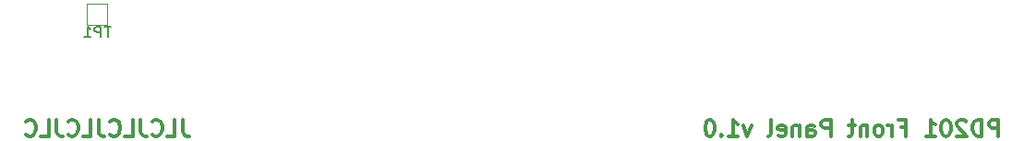
<source format=gbr>
%TF.GenerationSoftware,KiCad,Pcbnew,(6.0.11)*%
%TF.CreationDate,2023-08-23T19:50:25-07:00*%
%TF.ProjectId,miditwiddle-front,6d696469-7477-4696-9464-6c652d66726f,rev?*%
%TF.SameCoordinates,PX9157080PY68799b0*%
%TF.FileFunction,Legend,Bot*%
%TF.FilePolarity,Positive*%
%FSLAX46Y46*%
G04 Gerber Fmt 4.6, Leading zero omitted, Abs format (unit mm)*
G04 Created by KiCad (PCBNEW (6.0.11)) date 2023-08-23 19:50:25*
%MOMM*%
%LPD*%
G01*
G04 APERTURE LIST*
%ADD10C,0.300000*%
%ADD11C,0.150000*%
%ADD12C,0.120000*%
G04 APERTURE END LIST*
D10*
X-30247143Y-1718571D02*
X-30247143Y-2790000D01*
X-30175715Y-3004285D01*
X-30032858Y-3147142D01*
X-29818572Y-3218571D01*
X-29675715Y-3218571D01*
X-31675715Y-3218571D02*
X-30961429Y-3218571D01*
X-30961429Y-1718571D01*
X-33032858Y-3075714D02*
X-32961429Y-3147142D01*
X-32747143Y-3218571D01*
X-32604286Y-3218571D01*
X-32390000Y-3147142D01*
X-32247143Y-3004285D01*
X-32175715Y-2861428D01*
X-32104286Y-2575714D01*
X-32104286Y-2361428D01*
X-32175715Y-2075714D01*
X-32247143Y-1932857D01*
X-32390000Y-1790000D01*
X-32604286Y-1718571D01*
X-32747143Y-1718571D01*
X-32961429Y-1790000D01*
X-33032858Y-1861428D01*
X-34104286Y-1718571D02*
X-34104286Y-2790000D01*
X-34032858Y-3004285D01*
X-33890000Y-3147142D01*
X-33675715Y-3218571D01*
X-33532858Y-3218571D01*
X-35532858Y-3218571D02*
X-34818572Y-3218571D01*
X-34818572Y-1718571D01*
X-36890000Y-3075714D02*
X-36818572Y-3147142D01*
X-36604286Y-3218571D01*
X-36461429Y-3218571D01*
X-36247143Y-3147142D01*
X-36104286Y-3004285D01*
X-36032858Y-2861428D01*
X-35961429Y-2575714D01*
X-35961429Y-2361428D01*
X-36032858Y-2075714D01*
X-36104286Y-1932857D01*
X-36247143Y-1790000D01*
X-36461429Y-1718571D01*
X-36604286Y-1718571D01*
X-36818572Y-1790000D01*
X-36890000Y-1861428D01*
X-37961429Y-1718571D02*
X-37961429Y-2790000D01*
X-37890000Y-3004285D01*
X-37747143Y-3147142D01*
X-37532858Y-3218571D01*
X-37390000Y-3218571D01*
X-39390000Y-3218571D02*
X-38675715Y-3218571D01*
X-38675715Y-1718571D01*
X-40747143Y-3075714D02*
X-40675715Y-3147142D01*
X-40461429Y-3218571D01*
X-40318572Y-3218571D01*
X-40104286Y-3147142D01*
X-39961429Y-3004285D01*
X-39890000Y-2861428D01*
X-39818572Y-2575714D01*
X-39818572Y-2361428D01*
X-39890000Y-2075714D01*
X-39961429Y-1932857D01*
X-40104286Y-1790000D01*
X-40318572Y-1718571D01*
X-40461429Y-1718571D01*
X-40675715Y-1790000D01*
X-40747143Y-1861428D01*
X-41818572Y-1718571D02*
X-41818572Y-2790000D01*
X-41747143Y-3004285D01*
X-41604286Y-3147142D01*
X-41390000Y-3218571D01*
X-41247143Y-3218571D01*
X-43247143Y-3218571D02*
X-42532858Y-3218571D01*
X-42532858Y-1718571D01*
X-44604286Y-3075714D02*
X-44532858Y-3147142D01*
X-44318572Y-3218571D01*
X-44175715Y-3218571D01*
X-43961429Y-3147142D01*
X-43818572Y-3004285D01*
X-43747143Y-2861428D01*
X-43675715Y-2575714D01*
X-43675715Y-2361428D01*
X-43747143Y-2075714D01*
X-43818572Y-1932857D01*
X-43961429Y-1790000D01*
X-44175715Y-1718571D01*
X-44318572Y-1718571D01*
X-44532858Y-1790000D01*
X-44604286Y-1861428D01*
X44532857Y-3218571D02*
X44532857Y-1718571D01*
X43961428Y-1718571D01*
X43818571Y-1790000D01*
X43747142Y-1861428D01*
X43675714Y-2004285D01*
X43675714Y-2218571D01*
X43747142Y-2361428D01*
X43818571Y-2432857D01*
X43961428Y-2504285D01*
X44532857Y-2504285D01*
X43032857Y-3218571D02*
X43032857Y-1718571D01*
X42675714Y-1718571D01*
X42461428Y-1790000D01*
X42318571Y-1932857D01*
X42247142Y-2075714D01*
X42175714Y-2361428D01*
X42175714Y-2575714D01*
X42247142Y-2861428D01*
X42318571Y-3004285D01*
X42461428Y-3147142D01*
X42675714Y-3218571D01*
X43032857Y-3218571D01*
X41604285Y-1861428D02*
X41532857Y-1790000D01*
X41390000Y-1718571D01*
X41032857Y-1718571D01*
X40890000Y-1790000D01*
X40818571Y-1861428D01*
X40747142Y-2004285D01*
X40747142Y-2147142D01*
X40818571Y-2361428D01*
X41675714Y-3218571D01*
X40747142Y-3218571D01*
X39818571Y-1718571D02*
X39675714Y-1718571D01*
X39532857Y-1790000D01*
X39461428Y-1861428D01*
X39390000Y-2004285D01*
X39318571Y-2290000D01*
X39318571Y-2647142D01*
X39390000Y-2932857D01*
X39461428Y-3075714D01*
X39532857Y-3147142D01*
X39675714Y-3218571D01*
X39818571Y-3218571D01*
X39961428Y-3147142D01*
X40032857Y-3075714D01*
X40104285Y-2932857D01*
X40175714Y-2647142D01*
X40175714Y-2290000D01*
X40104285Y-2004285D01*
X40032857Y-1861428D01*
X39961428Y-1790000D01*
X39818571Y-1718571D01*
X37890000Y-3218571D02*
X38747142Y-3218571D01*
X38318571Y-3218571D02*
X38318571Y-1718571D01*
X38461428Y-1932857D01*
X38604285Y-2075714D01*
X38747142Y-2147142D01*
X35604285Y-2432857D02*
X36104285Y-2432857D01*
X36104285Y-3218571D02*
X36104285Y-1718571D01*
X35390000Y-1718571D01*
X34818571Y-3218571D02*
X34818571Y-2218571D01*
X34818571Y-2504285D02*
X34747142Y-2361428D01*
X34675714Y-2290000D01*
X34532857Y-2218571D01*
X34390000Y-2218571D01*
X33675714Y-3218571D02*
X33818571Y-3147142D01*
X33890000Y-3075714D01*
X33961428Y-2932857D01*
X33961428Y-2504285D01*
X33890000Y-2361428D01*
X33818571Y-2290000D01*
X33675714Y-2218571D01*
X33461428Y-2218571D01*
X33318571Y-2290000D01*
X33247142Y-2361428D01*
X33175714Y-2504285D01*
X33175714Y-2932857D01*
X33247142Y-3075714D01*
X33318571Y-3147142D01*
X33461428Y-3218571D01*
X33675714Y-3218571D01*
X32532857Y-2218571D02*
X32532857Y-3218571D01*
X32532857Y-2361428D02*
X32461428Y-2290000D01*
X32318571Y-2218571D01*
X32104285Y-2218571D01*
X31961428Y-2290000D01*
X31890000Y-2432857D01*
X31890000Y-3218571D01*
X31390000Y-2218571D02*
X30818571Y-2218571D01*
X31175714Y-1718571D02*
X31175714Y-3004285D01*
X31104285Y-3147142D01*
X30961428Y-3218571D01*
X30818571Y-3218571D01*
X29175714Y-3218571D02*
X29175714Y-1718571D01*
X28604285Y-1718571D01*
X28461428Y-1790000D01*
X28390000Y-1861428D01*
X28318571Y-2004285D01*
X28318571Y-2218571D01*
X28390000Y-2361428D01*
X28461428Y-2432857D01*
X28604285Y-2504285D01*
X29175714Y-2504285D01*
X27032857Y-3218571D02*
X27032857Y-2432857D01*
X27104285Y-2290000D01*
X27247142Y-2218571D01*
X27532857Y-2218571D01*
X27675714Y-2290000D01*
X27032857Y-3147142D02*
X27175714Y-3218571D01*
X27532857Y-3218571D01*
X27675714Y-3147142D01*
X27747142Y-3004285D01*
X27747142Y-2861428D01*
X27675714Y-2718571D01*
X27532857Y-2647142D01*
X27175714Y-2647142D01*
X27032857Y-2575714D01*
X26318571Y-2218571D02*
X26318571Y-3218571D01*
X26318571Y-2361428D02*
X26247142Y-2290000D01*
X26104285Y-2218571D01*
X25890000Y-2218571D01*
X25747142Y-2290000D01*
X25675714Y-2432857D01*
X25675714Y-3218571D01*
X24390000Y-3147142D02*
X24532857Y-3218571D01*
X24818571Y-3218571D01*
X24961428Y-3147142D01*
X25032857Y-3004285D01*
X25032857Y-2432857D01*
X24961428Y-2290000D01*
X24818571Y-2218571D01*
X24532857Y-2218571D01*
X24390000Y-2290000D01*
X24318571Y-2432857D01*
X24318571Y-2575714D01*
X25032857Y-2718571D01*
X23461428Y-3218571D02*
X23604285Y-3147142D01*
X23675714Y-3004285D01*
X23675714Y-1718571D01*
X21890000Y-2218571D02*
X21532857Y-3218571D01*
X21175714Y-2218571D01*
X19818571Y-3218571D02*
X20675714Y-3218571D01*
X20247142Y-3218571D02*
X20247142Y-1718571D01*
X20390000Y-1932857D01*
X20532857Y-2075714D01*
X20675714Y-2147142D01*
X19175714Y-3075714D02*
X19104285Y-3147142D01*
X19175714Y-3218571D01*
X19247142Y-3147142D01*
X19175714Y-3075714D01*
X19175714Y-3218571D01*
X18175714Y-1718571D02*
X18032857Y-1718571D01*
X17890000Y-1790000D01*
X17818571Y-1861428D01*
X17747142Y-2004285D01*
X17675714Y-2290000D01*
X17675714Y-2647142D01*
X17747142Y-2932857D01*
X17818571Y-3075714D01*
X17890000Y-3147142D01*
X18032857Y-3218571D01*
X18175714Y-3218571D01*
X18318571Y-3147142D01*
X18390000Y-3075714D01*
X18461428Y-2932857D01*
X18532857Y-2647142D01*
X18532857Y-2290000D01*
X18461428Y-2004285D01*
X18390000Y-1861428D01*
X18318571Y-1790000D01*
X18175714Y-1718571D01*
D11*
%TO.C,TP1*%
X-36838096Y6849620D02*
X-37409524Y6849620D01*
X-37123810Y5849620D02*
X-37123810Y6849620D01*
X-37742858Y5849620D02*
X-37742858Y6849620D01*
X-38123810Y6849620D01*
X-38219048Y6802000D01*
X-38266667Y6754381D01*
X-38314286Y6659143D01*
X-38314286Y6516286D01*
X-38266667Y6421048D01*
X-38219048Y6373429D01*
X-38123810Y6325810D01*
X-37742858Y6325810D01*
X-39266667Y5849620D02*
X-38695239Y5849620D01*
X-38980953Y5849620D02*
X-38980953Y6849620D01*
X-38885715Y6706762D01*
X-38790477Y6611524D01*
X-38695239Y6563905D01*
D12*
X-39050000Y7000000D02*
X-37150000Y7000000D01*
X-39050000Y8900000D02*
X-39050000Y7000000D01*
X-37150000Y8900000D02*
X-39050000Y8900000D01*
X-37150000Y7000000D02*
X-37150000Y8900000D01*
%TD*%
M02*

</source>
